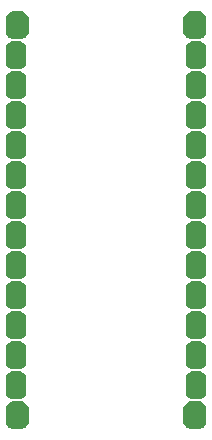
<source format=gbs>
G04 #@! TF.GenerationSoftware,KiCad,Pcbnew,(5.1.5-0-10_14)*
G04 #@! TF.CreationDate,2021-04-02T23:51:13-04:00*
G04 #@! TF.ProjectId,GW28R8128,47573238-5238-4313-9238-2e6b69636164,rev?*
G04 #@! TF.SameCoordinates,Original*
G04 #@! TF.FileFunction,Soldermask,Bot*
G04 #@! TF.FilePolarity,Negative*
%FSLAX46Y46*%
G04 Gerber Fmt 4.6, Leading zero omitted, Abs format (unit mm)*
G04 Created by KiCad (PCBNEW (5.1.5-0-10_14)) date 2021-04-02 23:51:13*
%MOMM*%
%LPD*%
G04 APERTURE LIST*
%ADD10C,0.100000*%
G04 APERTURE END LIST*
D10*
G36*
X56222404Y-52184695D02*
G01*
X56347257Y-52222568D01*
X56462316Y-52284068D01*
X56563166Y-52366834D01*
X56645932Y-52467684D01*
X56707432Y-52582743D01*
X56745305Y-52707596D01*
X56758400Y-52840547D01*
X56758400Y-53839453D01*
X56745305Y-53972404D01*
X56707432Y-54097257D01*
X56645932Y-54212316D01*
X56563166Y-54313166D01*
X56462316Y-54395932D01*
X56347257Y-54457432D01*
X56222404Y-54495305D01*
X56089453Y-54508400D01*
X55470547Y-54508400D01*
X55337596Y-54495305D01*
X55212743Y-54457432D01*
X55097684Y-54395932D01*
X54996834Y-54313166D01*
X54914068Y-54212316D01*
X54852568Y-54097257D01*
X54814695Y-53972404D01*
X54801600Y-53839453D01*
X54801600Y-52840547D01*
X54814695Y-52707596D01*
X54852568Y-52582743D01*
X54914068Y-52467684D01*
X54996834Y-52366834D01*
X55097684Y-52284068D01*
X55212743Y-52222568D01*
X55337596Y-52184695D01*
X55470547Y-52171600D01*
X56089453Y-52171600D01*
X56222404Y-52184695D01*
G37*
G36*
X41182404Y-52184695D02*
G01*
X41307257Y-52222568D01*
X41422316Y-52284068D01*
X41523166Y-52366834D01*
X41605932Y-52467684D01*
X41667432Y-52582743D01*
X41705305Y-52707596D01*
X41718400Y-52840547D01*
X41718400Y-53839453D01*
X41705305Y-53972404D01*
X41667432Y-54097257D01*
X41605932Y-54212316D01*
X41523166Y-54313166D01*
X41422316Y-54395932D01*
X41307257Y-54457432D01*
X41182404Y-54495305D01*
X41049453Y-54508400D01*
X40430547Y-54508400D01*
X40297596Y-54495305D01*
X40172743Y-54457432D01*
X40057684Y-54395932D01*
X39956834Y-54313166D01*
X39874068Y-54212316D01*
X39812568Y-54097257D01*
X39774695Y-53972404D01*
X39761600Y-53839453D01*
X39761600Y-52840547D01*
X39774695Y-52707596D01*
X39812568Y-52582743D01*
X39874068Y-52467684D01*
X39956834Y-52366834D01*
X40057684Y-52284068D01*
X40172743Y-52222568D01*
X40297596Y-52184695D01*
X40430547Y-52171600D01*
X41049453Y-52171600D01*
X41182404Y-52184695D01*
G37*
G36*
X56278748Y-49643350D02*
G01*
X56390469Y-49677239D01*
X56493427Y-49732271D01*
X56583669Y-49806331D01*
X56657729Y-49896573D01*
X56712761Y-49999531D01*
X56746650Y-50111252D01*
X56758400Y-50230547D01*
X56758400Y-51369453D01*
X56746650Y-51488748D01*
X56712761Y-51600469D01*
X56657729Y-51703427D01*
X56583669Y-51793669D01*
X56493427Y-51867729D01*
X56390469Y-51922761D01*
X56278748Y-51956650D01*
X56159453Y-51968400D01*
X55600547Y-51968400D01*
X55481252Y-51956650D01*
X55369531Y-51922761D01*
X55266573Y-51867729D01*
X55176331Y-51793669D01*
X55102271Y-51703427D01*
X55047239Y-51600469D01*
X55013350Y-51488748D01*
X55001600Y-51369453D01*
X55001600Y-50230547D01*
X55013350Y-50111252D01*
X55047239Y-49999531D01*
X55102271Y-49896573D01*
X55176331Y-49806331D01*
X55266573Y-49732271D01*
X55369531Y-49677239D01*
X55481252Y-49643350D01*
X55600547Y-49631600D01*
X56159453Y-49631600D01*
X56278748Y-49643350D01*
G37*
G36*
X41038748Y-49643350D02*
G01*
X41150469Y-49677239D01*
X41253427Y-49732271D01*
X41343669Y-49806331D01*
X41417729Y-49896573D01*
X41472761Y-49999531D01*
X41506650Y-50111252D01*
X41518400Y-50230547D01*
X41518400Y-51369453D01*
X41506650Y-51488748D01*
X41472761Y-51600469D01*
X41417729Y-51703427D01*
X41343669Y-51793669D01*
X41253427Y-51867729D01*
X41150469Y-51922761D01*
X41038748Y-51956650D01*
X40919453Y-51968400D01*
X40360547Y-51968400D01*
X40241252Y-51956650D01*
X40129531Y-51922761D01*
X40026573Y-51867729D01*
X39936331Y-51793669D01*
X39862271Y-51703427D01*
X39807239Y-51600469D01*
X39773350Y-51488748D01*
X39761600Y-51369453D01*
X39761600Y-50230547D01*
X39773350Y-50111252D01*
X39807239Y-49999531D01*
X39862271Y-49896573D01*
X39936331Y-49806331D01*
X40026573Y-49732271D01*
X40129531Y-49677239D01*
X40241252Y-49643350D01*
X40360547Y-49631600D01*
X40919453Y-49631600D01*
X41038748Y-49643350D01*
G37*
G36*
X56278748Y-47103350D02*
G01*
X56390469Y-47137239D01*
X56493427Y-47192271D01*
X56583669Y-47266331D01*
X56657729Y-47356573D01*
X56712761Y-47459531D01*
X56746650Y-47571252D01*
X56758400Y-47690547D01*
X56758400Y-48829453D01*
X56746650Y-48948748D01*
X56712761Y-49060469D01*
X56657729Y-49163427D01*
X56583669Y-49253669D01*
X56493427Y-49327729D01*
X56390469Y-49382761D01*
X56278748Y-49416650D01*
X56159453Y-49428400D01*
X55600547Y-49428400D01*
X55481252Y-49416650D01*
X55369531Y-49382761D01*
X55266573Y-49327729D01*
X55176331Y-49253669D01*
X55102271Y-49163427D01*
X55047239Y-49060469D01*
X55013350Y-48948748D01*
X55001600Y-48829453D01*
X55001600Y-47690547D01*
X55013350Y-47571252D01*
X55047239Y-47459531D01*
X55102271Y-47356573D01*
X55176331Y-47266331D01*
X55266573Y-47192271D01*
X55369531Y-47137239D01*
X55481252Y-47103350D01*
X55600547Y-47091600D01*
X56159453Y-47091600D01*
X56278748Y-47103350D01*
G37*
G36*
X41038748Y-47103350D02*
G01*
X41150469Y-47137239D01*
X41253427Y-47192271D01*
X41343669Y-47266331D01*
X41417729Y-47356573D01*
X41472761Y-47459531D01*
X41506650Y-47571252D01*
X41518400Y-47690547D01*
X41518400Y-48829453D01*
X41506650Y-48948748D01*
X41472761Y-49060469D01*
X41417729Y-49163427D01*
X41343669Y-49253669D01*
X41253427Y-49327729D01*
X41150469Y-49382761D01*
X41038748Y-49416650D01*
X40919453Y-49428400D01*
X40360547Y-49428400D01*
X40241252Y-49416650D01*
X40129531Y-49382761D01*
X40026573Y-49327729D01*
X39936331Y-49253669D01*
X39862271Y-49163427D01*
X39807239Y-49060469D01*
X39773350Y-48948748D01*
X39761600Y-48829453D01*
X39761600Y-47690547D01*
X39773350Y-47571252D01*
X39807239Y-47459531D01*
X39862271Y-47356573D01*
X39936331Y-47266331D01*
X40026573Y-47192271D01*
X40129531Y-47137239D01*
X40241252Y-47103350D01*
X40360547Y-47091600D01*
X40919453Y-47091600D01*
X41038748Y-47103350D01*
G37*
G36*
X41038748Y-44563350D02*
G01*
X41150469Y-44597239D01*
X41253427Y-44652271D01*
X41343669Y-44726331D01*
X41417729Y-44816573D01*
X41472761Y-44919531D01*
X41506650Y-45031252D01*
X41518400Y-45150547D01*
X41518400Y-46289453D01*
X41506650Y-46408748D01*
X41472761Y-46520469D01*
X41417729Y-46623427D01*
X41343669Y-46713669D01*
X41253427Y-46787729D01*
X41150469Y-46842761D01*
X41038748Y-46876650D01*
X40919453Y-46888400D01*
X40360547Y-46888400D01*
X40241252Y-46876650D01*
X40129531Y-46842761D01*
X40026573Y-46787729D01*
X39936331Y-46713669D01*
X39862271Y-46623427D01*
X39807239Y-46520469D01*
X39773350Y-46408748D01*
X39761600Y-46289453D01*
X39761600Y-45150547D01*
X39773350Y-45031252D01*
X39807239Y-44919531D01*
X39862271Y-44816573D01*
X39936331Y-44726331D01*
X40026573Y-44652271D01*
X40129531Y-44597239D01*
X40241252Y-44563350D01*
X40360547Y-44551600D01*
X40919453Y-44551600D01*
X41038748Y-44563350D01*
G37*
G36*
X56278748Y-44563350D02*
G01*
X56390469Y-44597239D01*
X56493427Y-44652271D01*
X56583669Y-44726331D01*
X56657729Y-44816573D01*
X56712761Y-44919531D01*
X56746650Y-45031252D01*
X56758400Y-45150547D01*
X56758400Y-46289453D01*
X56746650Y-46408748D01*
X56712761Y-46520469D01*
X56657729Y-46623427D01*
X56583669Y-46713669D01*
X56493427Y-46787729D01*
X56390469Y-46842761D01*
X56278748Y-46876650D01*
X56159453Y-46888400D01*
X55600547Y-46888400D01*
X55481252Y-46876650D01*
X55369531Y-46842761D01*
X55266573Y-46787729D01*
X55176331Y-46713669D01*
X55102271Y-46623427D01*
X55047239Y-46520469D01*
X55013350Y-46408748D01*
X55001600Y-46289453D01*
X55001600Y-45150547D01*
X55013350Y-45031252D01*
X55047239Y-44919531D01*
X55102271Y-44816573D01*
X55176331Y-44726331D01*
X55266573Y-44652271D01*
X55369531Y-44597239D01*
X55481252Y-44563350D01*
X55600547Y-44551600D01*
X56159453Y-44551600D01*
X56278748Y-44563350D01*
G37*
G36*
X41038748Y-42023350D02*
G01*
X41150469Y-42057239D01*
X41253427Y-42112271D01*
X41343669Y-42186331D01*
X41417729Y-42276573D01*
X41472761Y-42379531D01*
X41506650Y-42491252D01*
X41518400Y-42610547D01*
X41518400Y-43749453D01*
X41506650Y-43868748D01*
X41472761Y-43980469D01*
X41417729Y-44083427D01*
X41343669Y-44173669D01*
X41253427Y-44247729D01*
X41150469Y-44302761D01*
X41038748Y-44336650D01*
X40919453Y-44348400D01*
X40360547Y-44348400D01*
X40241252Y-44336650D01*
X40129531Y-44302761D01*
X40026573Y-44247729D01*
X39936331Y-44173669D01*
X39862271Y-44083427D01*
X39807239Y-43980469D01*
X39773350Y-43868748D01*
X39761600Y-43749453D01*
X39761600Y-42610547D01*
X39773350Y-42491252D01*
X39807239Y-42379531D01*
X39862271Y-42276573D01*
X39936331Y-42186331D01*
X40026573Y-42112271D01*
X40129531Y-42057239D01*
X40241252Y-42023350D01*
X40360547Y-42011600D01*
X40919453Y-42011600D01*
X41038748Y-42023350D01*
G37*
G36*
X56278748Y-42023350D02*
G01*
X56390469Y-42057239D01*
X56493427Y-42112271D01*
X56583669Y-42186331D01*
X56657729Y-42276573D01*
X56712761Y-42379531D01*
X56746650Y-42491252D01*
X56758400Y-42610547D01*
X56758400Y-43749453D01*
X56746650Y-43868748D01*
X56712761Y-43980469D01*
X56657729Y-44083427D01*
X56583669Y-44173669D01*
X56493427Y-44247729D01*
X56390469Y-44302761D01*
X56278748Y-44336650D01*
X56159453Y-44348400D01*
X55600547Y-44348400D01*
X55481252Y-44336650D01*
X55369531Y-44302761D01*
X55266573Y-44247729D01*
X55176331Y-44173669D01*
X55102271Y-44083427D01*
X55047239Y-43980469D01*
X55013350Y-43868748D01*
X55001600Y-43749453D01*
X55001600Y-42610547D01*
X55013350Y-42491252D01*
X55047239Y-42379531D01*
X55102271Y-42276573D01*
X55176331Y-42186331D01*
X55266573Y-42112271D01*
X55369531Y-42057239D01*
X55481252Y-42023350D01*
X55600547Y-42011600D01*
X56159453Y-42011600D01*
X56278748Y-42023350D01*
G37*
G36*
X56278748Y-39483350D02*
G01*
X56390469Y-39517239D01*
X56493427Y-39572271D01*
X56583669Y-39646331D01*
X56657729Y-39736573D01*
X56712761Y-39839531D01*
X56746650Y-39951252D01*
X56758400Y-40070547D01*
X56758400Y-41209453D01*
X56746650Y-41328748D01*
X56712761Y-41440469D01*
X56657729Y-41543427D01*
X56583669Y-41633669D01*
X56493427Y-41707729D01*
X56390469Y-41762761D01*
X56278748Y-41796650D01*
X56159453Y-41808400D01*
X55600547Y-41808400D01*
X55481252Y-41796650D01*
X55369531Y-41762761D01*
X55266573Y-41707729D01*
X55176331Y-41633669D01*
X55102271Y-41543427D01*
X55047239Y-41440469D01*
X55013350Y-41328748D01*
X55001600Y-41209453D01*
X55001600Y-40070547D01*
X55013350Y-39951252D01*
X55047239Y-39839531D01*
X55102271Y-39736573D01*
X55176331Y-39646331D01*
X55266573Y-39572271D01*
X55369531Y-39517239D01*
X55481252Y-39483350D01*
X55600547Y-39471600D01*
X56159453Y-39471600D01*
X56278748Y-39483350D01*
G37*
G36*
X41038748Y-39483350D02*
G01*
X41150469Y-39517239D01*
X41253427Y-39572271D01*
X41343669Y-39646331D01*
X41417729Y-39736573D01*
X41472761Y-39839531D01*
X41506650Y-39951252D01*
X41518400Y-40070547D01*
X41518400Y-41209453D01*
X41506650Y-41328748D01*
X41472761Y-41440469D01*
X41417729Y-41543427D01*
X41343669Y-41633669D01*
X41253427Y-41707729D01*
X41150469Y-41762761D01*
X41038748Y-41796650D01*
X40919453Y-41808400D01*
X40360547Y-41808400D01*
X40241252Y-41796650D01*
X40129531Y-41762761D01*
X40026573Y-41707729D01*
X39936331Y-41633669D01*
X39862271Y-41543427D01*
X39807239Y-41440469D01*
X39773350Y-41328748D01*
X39761600Y-41209453D01*
X39761600Y-40070547D01*
X39773350Y-39951252D01*
X39807239Y-39839531D01*
X39862271Y-39736573D01*
X39936331Y-39646331D01*
X40026573Y-39572271D01*
X40129531Y-39517239D01*
X40241252Y-39483350D01*
X40360547Y-39471600D01*
X40919453Y-39471600D01*
X41038748Y-39483350D01*
G37*
G36*
X41038748Y-36943350D02*
G01*
X41150469Y-36977239D01*
X41253427Y-37032271D01*
X41343669Y-37106331D01*
X41417729Y-37196573D01*
X41472761Y-37299531D01*
X41506650Y-37411252D01*
X41518400Y-37530547D01*
X41518400Y-38669453D01*
X41506650Y-38788748D01*
X41472761Y-38900469D01*
X41417729Y-39003427D01*
X41343669Y-39093669D01*
X41253427Y-39167729D01*
X41150469Y-39222761D01*
X41038748Y-39256650D01*
X40919453Y-39268400D01*
X40360547Y-39268400D01*
X40241252Y-39256650D01*
X40129531Y-39222761D01*
X40026573Y-39167729D01*
X39936331Y-39093669D01*
X39862271Y-39003427D01*
X39807239Y-38900469D01*
X39773350Y-38788748D01*
X39761600Y-38669453D01*
X39761600Y-37530547D01*
X39773350Y-37411252D01*
X39807239Y-37299531D01*
X39862271Y-37196573D01*
X39936331Y-37106331D01*
X40026573Y-37032271D01*
X40129531Y-36977239D01*
X40241252Y-36943350D01*
X40360547Y-36931600D01*
X40919453Y-36931600D01*
X41038748Y-36943350D01*
G37*
G36*
X56278748Y-36943350D02*
G01*
X56390469Y-36977239D01*
X56493427Y-37032271D01*
X56583669Y-37106331D01*
X56657729Y-37196573D01*
X56712761Y-37299531D01*
X56746650Y-37411252D01*
X56758400Y-37530547D01*
X56758400Y-38669453D01*
X56746650Y-38788748D01*
X56712761Y-38900469D01*
X56657729Y-39003427D01*
X56583669Y-39093669D01*
X56493427Y-39167729D01*
X56390469Y-39222761D01*
X56278748Y-39256650D01*
X56159453Y-39268400D01*
X55600547Y-39268400D01*
X55481252Y-39256650D01*
X55369531Y-39222761D01*
X55266573Y-39167729D01*
X55176331Y-39093669D01*
X55102271Y-39003427D01*
X55047239Y-38900469D01*
X55013350Y-38788748D01*
X55001600Y-38669453D01*
X55001600Y-37530547D01*
X55013350Y-37411252D01*
X55047239Y-37299531D01*
X55102271Y-37196573D01*
X55176331Y-37106331D01*
X55266573Y-37032271D01*
X55369531Y-36977239D01*
X55481252Y-36943350D01*
X55600547Y-36931600D01*
X56159453Y-36931600D01*
X56278748Y-36943350D01*
G37*
G36*
X41038748Y-34403350D02*
G01*
X41150469Y-34437239D01*
X41253427Y-34492271D01*
X41343669Y-34566331D01*
X41417729Y-34656573D01*
X41472761Y-34759531D01*
X41506650Y-34871252D01*
X41518400Y-34990547D01*
X41518400Y-36129453D01*
X41506650Y-36248748D01*
X41472761Y-36360469D01*
X41417729Y-36463427D01*
X41343669Y-36553669D01*
X41253427Y-36627729D01*
X41150469Y-36682761D01*
X41038748Y-36716650D01*
X40919453Y-36728400D01*
X40360547Y-36728400D01*
X40241252Y-36716650D01*
X40129531Y-36682761D01*
X40026573Y-36627729D01*
X39936331Y-36553669D01*
X39862271Y-36463427D01*
X39807239Y-36360469D01*
X39773350Y-36248748D01*
X39761600Y-36129453D01*
X39761600Y-34990547D01*
X39773350Y-34871252D01*
X39807239Y-34759531D01*
X39862271Y-34656573D01*
X39936331Y-34566331D01*
X40026573Y-34492271D01*
X40129531Y-34437239D01*
X40241252Y-34403350D01*
X40360547Y-34391600D01*
X40919453Y-34391600D01*
X41038748Y-34403350D01*
G37*
G36*
X56278748Y-34403350D02*
G01*
X56390469Y-34437239D01*
X56493427Y-34492271D01*
X56583669Y-34566331D01*
X56657729Y-34656573D01*
X56712761Y-34759531D01*
X56746650Y-34871252D01*
X56758400Y-34990547D01*
X56758400Y-36129453D01*
X56746650Y-36248748D01*
X56712761Y-36360469D01*
X56657729Y-36463427D01*
X56583669Y-36553669D01*
X56493427Y-36627729D01*
X56390469Y-36682761D01*
X56278748Y-36716650D01*
X56159453Y-36728400D01*
X55600547Y-36728400D01*
X55481252Y-36716650D01*
X55369531Y-36682761D01*
X55266573Y-36627729D01*
X55176331Y-36553669D01*
X55102271Y-36463427D01*
X55047239Y-36360469D01*
X55013350Y-36248748D01*
X55001600Y-36129453D01*
X55001600Y-34990547D01*
X55013350Y-34871252D01*
X55047239Y-34759531D01*
X55102271Y-34656573D01*
X55176331Y-34566331D01*
X55266573Y-34492271D01*
X55369531Y-34437239D01*
X55481252Y-34403350D01*
X55600547Y-34391600D01*
X56159453Y-34391600D01*
X56278748Y-34403350D01*
G37*
G36*
X41038748Y-31863350D02*
G01*
X41150469Y-31897239D01*
X41253427Y-31952271D01*
X41343669Y-32026331D01*
X41417729Y-32116573D01*
X41472761Y-32219531D01*
X41506650Y-32331252D01*
X41518400Y-32450547D01*
X41518400Y-33589453D01*
X41506650Y-33708748D01*
X41472761Y-33820469D01*
X41417729Y-33923427D01*
X41343669Y-34013669D01*
X41253427Y-34087729D01*
X41150469Y-34142761D01*
X41038748Y-34176650D01*
X40919453Y-34188400D01*
X40360547Y-34188400D01*
X40241252Y-34176650D01*
X40129531Y-34142761D01*
X40026573Y-34087729D01*
X39936331Y-34013669D01*
X39862271Y-33923427D01*
X39807239Y-33820469D01*
X39773350Y-33708748D01*
X39761600Y-33589453D01*
X39761600Y-32450547D01*
X39773350Y-32331252D01*
X39807239Y-32219531D01*
X39862271Y-32116573D01*
X39936331Y-32026331D01*
X40026573Y-31952271D01*
X40129531Y-31897239D01*
X40241252Y-31863350D01*
X40360547Y-31851600D01*
X40919453Y-31851600D01*
X41038748Y-31863350D01*
G37*
G36*
X56278748Y-31863350D02*
G01*
X56390469Y-31897239D01*
X56493427Y-31952271D01*
X56583669Y-32026331D01*
X56657729Y-32116573D01*
X56712761Y-32219531D01*
X56746650Y-32331252D01*
X56758400Y-32450547D01*
X56758400Y-33589453D01*
X56746650Y-33708748D01*
X56712761Y-33820469D01*
X56657729Y-33923427D01*
X56583669Y-34013669D01*
X56493427Y-34087729D01*
X56390469Y-34142761D01*
X56278748Y-34176650D01*
X56159453Y-34188400D01*
X55600547Y-34188400D01*
X55481252Y-34176650D01*
X55369531Y-34142761D01*
X55266573Y-34087729D01*
X55176331Y-34013669D01*
X55102271Y-33923427D01*
X55047239Y-33820469D01*
X55013350Y-33708748D01*
X55001600Y-33589453D01*
X55001600Y-32450547D01*
X55013350Y-32331252D01*
X55047239Y-32219531D01*
X55102271Y-32116573D01*
X55176331Y-32026331D01*
X55266573Y-31952271D01*
X55369531Y-31897239D01*
X55481252Y-31863350D01*
X55600547Y-31851600D01*
X56159453Y-31851600D01*
X56278748Y-31863350D01*
G37*
G36*
X56278748Y-29323350D02*
G01*
X56390469Y-29357239D01*
X56493427Y-29412271D01*
X56583669Y-29486331D01*
X56657729Y-29576573D01*
X56712761Y-29679531D01*
X56746650Y-29791252D01*
X56758400Y-29910547D01*
X56758400Y-31049453D01*
X56746650Y-31168748D01*
X56712761Y-31280469D01*
X56657729Y-31383427D01*
X56583669Y-31473669D01*
X56493427Y-31547729D01*
X56390469Y-31602761D01*
X56278748Y-31636650D01*
X56159453Y-31648400D01*
X55600547Y-31648400D01*
X55481252Y-31636650D01*
X55369531Y-31602761D01*
X55266573Y-31547729D01*
X55176331Y-31473669D01*
X55102271Y-31383427D01*
X55047239Y-31280469D01*
X55013350Y-31168748D01*
X55001600Y-31049453D01*
X55001600Y-29910547D01*
X55013350Y-29791252D01*
X55047239Y-29679531D01*
X55102271Y-29576573D01*
X55176331Y-29486331D01*
X55266573Y-29412271D01*
X55369531Y-29357239D01*
X55481252Y-29323350D01*
X55600547Y-29311600D01*
X56159453Y-29311600D01*
X56278748Y-29323350D01*
G37*
G36*
X41038748Y-29323350D02*
G01*
X41150469Y-29357239D01*
X41253427Y-29412271D01*
X41343669Y-29486331D01*
X41417729Y-29576573D01*
X41472761Y-29679531D01*
X41506650Y-29791252D01*
X41518400Y-29910547D01*
X41518400Y-31049453D01*
X41506650Y-31168748D01*
X41472761Y-31280469D01*
X41417729Y-31383427D01*
X41343669Y-31473669D01*
X41253427Y-31547729D01*
X41150469Y-31602761D01*
X41038748Y-31636650D01*
X40919453Y-31648400D01*
X40360547Y-31648400D01*
X40241252Y-31636650D01*
X40129531Y-31602761D01*
X40026573Y-31547729D01*
X39936331Y-31473669D01*
X39862271Y-31383427D01*
X39807239Y-31280469D01*
X39773350Y-31168748D01*
X39761600Y-31049453D01*
X39761600Y-29910547D01*
X39773350Y-29791252D01*
X39807239Y-29679531D01*
X39862271Y-29576573D01*
X39936331Y-29486331D01*
X40026573Y-29412271D01*
X40129531Y-29357239D01*
X40241252Y-29323350D01*
X40360547Y-29311600D01*
X40919453Y-29311600D01*
X41038748Y-29323350D01*
G37*
G36*
X56278748Y-26783350D02*
G01*
X56390469Y-26817239D01*
X56493427Y-26872271D01*
X56583669Y-26946331D01*
X56657729Y-27036573D01*
X56712761Y-27139531D01*
X56746650Y-27251252D01*
X56758400Y-27370547D01*
X56758400Y-28509453D01*
X56746650Y-28628748D01*
X56712761Y-28740469D01*
X56657729Y-28843427D01*
X56583669Y-28933669D01*
X56493427Y-29007729D01*
X56390469Y-29062761D01*
X56278748Y-29096650D01*
X56159453Y-29108400D01*
X55600547Y-29108400D01*
X55481252Y-29096650D01*
X55369531Y-29062761D01*
X55266573Y-29007729D01*
X55176331Y-28933669D01*
X55102271Y-28843427D01*
X55047239Y-28740469D01*
X55013350Y-28628748D01*
X55001600Y-28509453D01*
X55001600Y-27370547D01*
X55013350Y-27251252D01*
X55047239Y-27139531D01*
X55102271Y-27036573D01*
X55176331Y-26946331D01*
X55266573Y-26872271D01*
X55369531Y-26817239D01*
X55481252Y-26783350D01*
X55600547Y-26771600D01*
X56159453Y-26771600D01*
X56278748Y-26783350D01*
G37*
G36*
X41038748Y-26783350D02*
G01*
X41150469Y-26817239D01*
X41253427Y-26872271D01*
X41343669Y-26946331D01*
X41417729Y-27036573D01*
X41472761Y-27139531D01*
X41506650Y-27251252D01*
X41518400Y-27370547D01*
X41518400Y-28509453D01*
X41506650Y-28628748D01*
X41472761Y-28740469D01*
X41417729Y-28843427D01*
X41343669Y-28933669D01*
X41253427Y-29007729D01*
X41150469Y-29062761D01*
X41038748Y-29096650D01*
X40919453Y-29108400D01*
X40360547Y-29108400D01*
X40241252Y-29096650D01*
X40129531Y-29062761D01*
X40026573Y-29007729D01*
X39936331Y-28933669D01*
X39862271Y-28843427D01*
X39807239Y-28740469D01*
X39773350Y-28628748D01*
X39761600Y-28509453D01*
X39761600Y-27370547D01*
X39773350Y-27251252D01*
X39807239Y-27139531D01*
X39862271Y-27036573D01*
X39936331Y-26946331D01*
X40026573Y-26872271D01*
X40129531Y-26817239D01*
X40241252Y-26783350D01*
X40360547Y-26771600D01*
X40919453Y-26771600D01*
X41038748Y-26783350D01*
G37*
G36*
X56278748Y-24243350D02*
G01*
X56390469Y-24277239D01*
X56493427Y-24332271D01*
X56583669Y-24406331D01*
X56657729Y-24496573D01*
X56712761Y-24599531D01*
X56746650Y-24711252D01*
X56758400Y-24830547D01*
X56758400Y-25969453D01*
X56746650Y-26088748D01*
X56712761Y-26200469D01*
X56657729Y-26303427D01*
X56583669Y-26393669D01*
X56493427Y-26467729D01*
X56390469Y-26522761D01*
X56278748Y-26556650D01*
X56159453Y-26568400D01*
X55600547Y-26568400D01*
X55481252Y-26556650D01*
X55369531Y-26522761D01*
X55266573Y-26467729D01*
X55176331Y-26393669D01*
X55102271Y-26303427D01*
X55047239Y-26200469D01*
X55013350Y-26088748D01*
X55001600Y-25969453D01*
X55001600Y-24830547D01*
X55013350Y-24711252D01*
X55047239Y-24599531D01*
X55102271Y-24496573D01*
X55176331Y-24406331D01*
X55266573Y-24332271D01*
X55369531Y-24277239D01*
X55481252Y-24243350D01*
X55600547Y-24231600D01*
X56159453Y-24231600D01*
X56278748Y-24243350D01*
G37*
G36*
X41038748Y-24243350D02*
G01*
X41150469Y-24277239D01*
X41253427Y-24332271D01*
X41343669Y-24406331D01*
X41417729Y-24496573D01*
X41472761Y-24599531D01*
X41506650Y-24711252D01*
X41518400Y-24830547D01*
X41518400Y-25969453D01*
X41506650Y-26088748D01*
X41472761Y-26200469D01*
X41417729Y-26303427D01*
X41343669Y-26393669D01*
X41253427Y-26467729D01*
X41150469Y-26522761D01*
X41038748Y-26556650D01*
X40919453Y-26568400D01*
X40360547Y-26568400D01*
X40241252Y-26556650D01*
X40129531Y-26522761D01*
X40026573Y-26467729D01*
X39936331Y-26393669D01*
X39862271Y-26303427D01*
X39807239Y-26200469D01*
X39773350Y-26088748D01*
X39761600Y-25969453D01*
X39761600Y-24830547D01*
X39773350Y-24711252D01*
X39807239Y-24599531D01*
X39862271Y-24496573D01*
X39936331Y-24406331D01*
X40026573Y-24332271D01*
X40129531Y-24277239D01*
X40241252Y-24243350D01*
X40360547Y-24231600D01*
X40919453Y-24231600D01*
X41038748Y-24243350D01*
G37*
G36*
X41038748Y-21703350D02*
G01*
X41150469Y-21737239D01*
X41253427Y-21792271D01*
X41343669Y-21866331D01*
X41417729Y-21956573D01*
X41472761Y-22059531D01*
X41506650Y-22171252D01*
X41518400Y-22290547D01*
X41518400Y-23429453D01*
X41506650Y-23548748D01*
X41472761Y-23660469D01*
X41417729Y-23763427D01*
X41343669Y-23853669D01*
X41253427Y-23927729D01*
X41150469Y-23982761D01*
X41038748Y-24016650D01*
X40919453Y-24028400D01*
X40360547Y-24028400D01*
X40241252Y-24016650D01*
X40129531Y-23982761D01*
X40026573Y-23927729D01*
X39936331Y-23853669D01*
X39862271Y-23763427D01*
X39807239Y-23660469D01*
X39773350Y-23548748D01*
X39761600Y-23429453D01*
X39761600Y-22290547D01*
X39773350Y-22171252D01*
X39807239Y-22059531D01*
X39862271Y-21956573D01*
X39936331Y-21866331D01*
X40026573Y-21792271D01*
X40129531Y-21737239D01*
X40241252Y-21703350D01*
X40360547Y-21691600D01*
X40919453Y-21691600D01*
X41038748Y-21703350D01*
G37*
G36*
X56278748Y-21703350D02*
G01*
X56390469Y-21737239D01*
X56493427Y-21792271D01*
X56583669Y-21866331D01*
X56657729Y-21956573D01*
X56712761Y-22059531D01*
X56746650Y-22171252D01*
X56758400Y-22290547D01*
X56758400Y-23429453D01*
X56746650Y-23548748D01*
X56712761Y-23660469D01*
X56657729Y-23763427D01*
X56583669Y-23853669D01*
X56493427Y-23927729D01*
X56390469Y-23982761D01*
X56278748Y-24016650D01*
X56159453Y-24028400D01*
X55600547Y-24028400D01*
X55481252Y-24016650D01*
X55369531Y-23982761D01*
X55266573Y-23927729D01*
X55176331Y-23853669D01*
X55102271Y-23763427D01*
X55047239Y-23660469D01*
X55013350Y-23548748D01*
X55001600Y-23429453D01*
X55001600Y-22290547D01*
X55013350Y-22171252D01*
X55047239Y-22059531D01*
X55102271Y-21956573D01*
X55176331Y-21866331D01*
X55266573Y-21792271D01*
X55369531Y-21737239D01*
X55481252Y-21703350D01*
X55600547Y-21691600D01*
X56159453Y-21691600D01*
X56278748Y-21703350D01*
G37*
G36*
X56222404Y-19164695D02*
G01*
X56347257Y-19202568D01*
X56462316Y-19264068D01*
X56563166Y-19346834D01*
X56645932Y-19447684D01*
X56707432Y-19562743D01*
X56745305Y-19687596D01*
X56758400Y-19820547D01*
X56758400Y-20819453D01*
X56745305Y-20952404D01*
X56707432Y-21077257D01*
X56645932Y-21192316D01*
X56563166Y-21293166D01*
X56462316Y-21375932D01*
X56347257Y-21437432D01*
X56222404Y-21475305D01*
X56089453Y-21488400D01*
X55470547Y-21488400D01*
X55337596Y-21475305D01*
X55212743Y-21437432D01*
X55097684Y-21375932D01*
X54996834Y-21293166D01*
X54914068Y-21192316D01*
X54852568Y-21077257D01*
X54814695Y-20952404D01*
X54801600Y-20819453D01*
X54801600Y-19820547D01*
X54814695Y-19687596D01*
X54852568Y-19562743D01*
X54914068Y-19447684D01*
X54996834Y-19346834D01*
X55097684Y-19264068D01*
X55212743Y-19202568D01*
X55337596Y-19164695D01*
X55470547Y-19151600D01*
X56089453Y-19151600D01*
X56222404Y-19164695D01*
G37*
G36*
X41182404Y-19164695D02*
G01*
X41307257Y-19202568D01*
X41422316Y-19264068D01*
X41523166Y-19346834D01*
X41605932Y-19447684D01*
X41667432Y-19562743D01*
X41705305Y-19687596D01*
X41718400Y-19820547D01*
X41718400Y-20819453D01*
X41705305Y-20952404D01*
X41667432Y-21077257D01*
X41605932Y-21192316D01*
X41523166Y-21293166D01*
X41422316Y-21375932D01*
X41307257Y-21437432D01*
X41182404Y-21475305D01*
X41049453Y-21488400D01*
X40430547Y-21488400D01*
X40297596Y-21475305D01*
X40172743Y-21437432D01*
X40057684Y-21375932D01*
X39956834Y-21293166D01*
X39874068Y-21192316D01*
X39812568Y-21077257D01*
X39774695Y-20952404D01*
X39761600Y-20819453D01*
X39761600Y-19820547D01*
X39774695Y-19687596D01*
X39812568Y-19562743D01*
X39874068Y-19447684D01*
X39956834Y-19346834D01*
X40057684Y-19264068D01*
X40172743Y-19202568D01*
X40297596Y-19164695D01*
X40430547Y-19151600D01*
X41049453Y-19151600D01*
X41182404Y-19164695D01*
G37*
M02*

</source>
